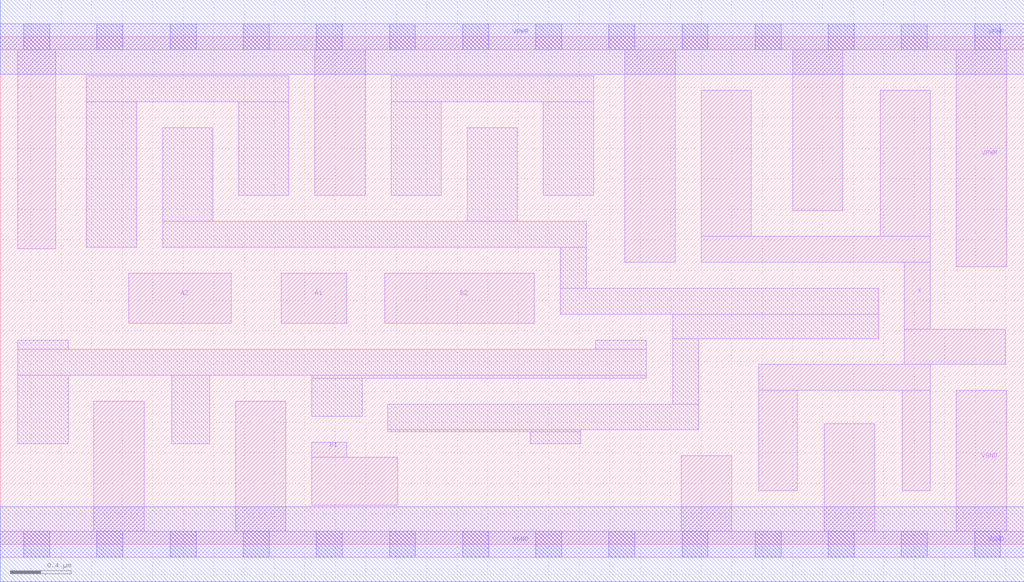
<source format=lef>
# Copyright 2020 The SkyWater PDK Authors
#
# Licensed under the Apache License, Version 2.0 (the "License");
# you may not use this file except in compliance with the License.
# You may obtain a copy of the License at
#
#     https://www.apache.org/licenses/LICENSE-2.0
#
# Unless required by applicable law or agreed to in writing, software
# distributed under the License is distributed on an "AS IS" BASIS,
# WITHOUT WARRANTIES OR CONDITIONS OF ANY KIND, either express or implied.
# See the License for the specific language governing permissions and
# limitations under the License.
#
# SPDX-License-Identifier: Apache-2.0

VERSION 5.7 ;
  NAMESCASESENSITIVE ON ;
  NOWIREEXTENSIONATPIN ON ;
  DIVIDERCHAR "/" ;
  BUSBITCHARS "[]" ;
UNITS
  DATABASE MICRONS 200 ;
END UNITS
MACRO sky130_fd_sc_hs__o22a_4
  CLASS CORE ;
  SOURCE USER ;
  FOREIGN sky130_fd_sc_hs__o22a_4 ;
  ORIGIN  0.000000  0.000000 ;
  SIZE  6.720000 BY  3.330000 ;
  SYMMETRY X Y ;
  SITE unit ;
  PIN A1
    ANTENNAGATEAREA  0.492000 ;
    DIRECTION INPUT ;
    USE SIGNAL ;
    PORT
      LAYER li1 ;
        RECT 1.845000 1.450000 2.275000 1.780000 ;
    END
  END A1
  PIN A2
    ANTENNAGATEAREA  0.492000 ;
    DIRECTION INPUT ;
    USE SIGNAL ;
    PORT
      LAYER li1 ;
        RECT 0.845000 1.450000 1.515000 1.780000 ;
    END
  END A2
  PIN B1
    ANTENNAGATEAREA  0.492000 ;
    DIRECTION INPUT ;
    USE SIGNAL ;
    PORT
      LAYER li1 ;
        RECT 2.045000 0.255000 2.610000 0.570000 ;
        RECT 2.045000 0.570000 2.275000 0.670000 ;
    END
  END B1
  PIN B2
    ANTENNAGATEAREA  0.492000 ;
    DIRECTION INPUT ;
    USE SIGNAL ;
    PORT
      LAYER li1 ;
        RECT 2.525000 1.450000 3.505000 1.780000 ;
    END
  END B2
  PIN X
    ANTENNADIFFAREA  1.125600 ;
    DIRECTION OUTPUT ;
    USE SIGNAL ;
    PORT
      LAYER li1 ;
        RECT 4.600000 1.850000 6.105000 2.020000 ;
        RECT 4.600000 2.020000 4.930000 2.980000 ;
        RECT 4.980000 0.350000 5.230000 1.010000 ;
        RECT 4.980000 1.010000 6.105000 1.180000 ;
        RECT 5.775000 2.020000 6.105000 2.980000 ;
        RECT 5.920000 0.350000 6.105000 1.010000 ;
        RECT 5.935000 1.180000 6.595000 1.410000 ;
        RECT 5.935000 1.410000 6.105000 1.850000 ;
    END
  END X
  PIN VGND
    DIRECTION INOUT ;
    USE GROUND ;
    PORT
      LAYER li1 ;
        RECT 0.000000 -0.085000 6.720000 0.085000 ;
        RECT 0.615000  0.085000 0.945000 0.940000 ;
        RECT 1.545000  0.085000 1.875000 0.940000 ;
        RECT 4.470000  0.085000 4.800000 0.580000 ;
        RECT 5.410000  0.085000 5.740000 0.790000 ;
        RECT 6.275000  0.085000 6.605000 1.010000 ;
      LAYER mcon ;
        RECT 0.155000 -0.085000 0.325000 0.085000 ;
        RECT 0.635000 -0.085000 0.805000 0.085000 ;
        RECT 1.115000 -0.085000 1.285000 0.085000 ;
        RECT 1.595000 -0.085000 1.765000 0.085000 ;
        RECT 2.075000 -0.085000 2.245000 0.085000 ;
        RECT 2.555000 -0.085000 2.725000 0.085000 ;
        RECT 3.035000 -0.085000 3.205000 0.085000 ;
        RECT 3.515000 -0.085000 3.685000 0.085000 ;
        RECT 3.995000 -0.085000 4.165000 0.085000 ;
        RECT 4.475000 -0.085000 4.645000 0.085000 ;
        RECT 4.955000 -0.085000 5.125000 0.085000 ;
        RECT 5.435000 -0.085000 5.605000 0.085000 ;
        RECT 5.915000 -0.085000 6.085000 0.085000 ;
        RECT 6.395000 -0.085000 6.565000 0.085000 ;
      LAYER met1 ;
        RECT 0.000000 -0.245000 6.720000 0.245000 ;
    END
  END VGND
  PIN VPWR
    DIRECTION INOUT ;
    USE POWER ;
    PORT
      LAYER li1 ;
        RECT 0.000000 3.245000 6.720000 3.415000 ;
        RECT 0.115000 1.940000 0.365000 3.245000 ;
        RECT 2.065000 2.290000 2.395000 3.245000 ;
        RECT 4.100000 1.850000 4.430000 3.245000 ;
        RECT 5.200000 2.190000 5.530000 3.245000 ;
        RECT 6.275000 1.820000 6.605000 3.245000 ;
      LAYER mcon ;
        RECT 0.155000 3.245000 0.325000 3.415000 ;
        RECT 0.635000 3.245000 0.805000 3.415000 ;
        RECT 1.115000 3.245000 1.285000 3.415000 ;
        RECT 1.595000 3.245000 1.765000 3.415000 ;
        RECT 2.075000 3.245000 2.245000 3.415000 ;
        RECT 2.555000 3.245000 2.725000 3.415000 ;
        RECT 3.035000 3.245000 3.205000 3.415000 ;
        RECT 3.515000 3.245000 3.685000 3.415000 ;
        RECT 3.995000 3.245000 4.165000 3.415000 ;
        RECT 4.475000 3.245000 4.645000 3.415000 ;
        RECT 4.955000 3.245000 5.125000 3.415000 ;
        RECT 5.435000 3.245000 5.605000 3.415000 ;
        RECT 5.915000 3.245000 6.085000 3.415000 ;
        RECT 6.395000 3.245000 6.565000 3.415000 ;
      LAYER met1 ;
        RECT 0.000000 3.085000 6.720000 3.575000 ;
    END
  END VPWR
  OBS
    LAYER li1 ;
      RECT 0.115000 0.660000 0.445000 1.110000 ;
      RECT 0.115000 1.110000 4.240000 1.280000 ;
      RECT 0.115000 1.280000 0.445000 1.340000 ;
      RECT 0.565000 1.950000 0.895000 2.905000 ;
      RECT 0.565000 2.905000 1.895000 3.075000 ;
      RECT 1.065000 1.950000 3.845000 2.120000 ;
      RECT 1.065000 2.120000 1.395000 2.735000 ;
      RECT 1.125000 0.660000 1.375000 1.110000 ;
      RECT 1.565000 2.290000 1.895000 2.905000 ;
      RECT 2.045000 0.840000 2.375000 1.090000 ;
      RECT 2.045000 1.090000 4.240000 1.110000 ;
      RECT 2.545000 0.740000 3.810000 0.750000 ;
      RECT 2.545000 0.750000 4.585000 0.920000 ;
      RECT 2.565000 2.290000 2.895000 2.905000 ;
      RECT 2.565000 2.905000 3.895000 3.075000 ;
      RECT 3.065000 2.120000 3.395000 2.735000 ;
      RECT 3.480000 0.660000 3.810000 0.740000 ;
      RECT 3.565000 2.290000 3.895000 2.905000 ;
      RECT 3.675000 1.510000 5.765000 1.680000 ;
      RECT 3.675000 1.680000 3.845000 1.950000 ;
      RECT 3.910000 1.280000 4.240000 1.340000 ;
      RECT 4.415000 0.920000 4.585000 1.350000 ;
      RECT 4.415000 1.350000 5.765000 1.510000 ;
  END
END sky130_fd_sc_hs__o22a_4

</source>
